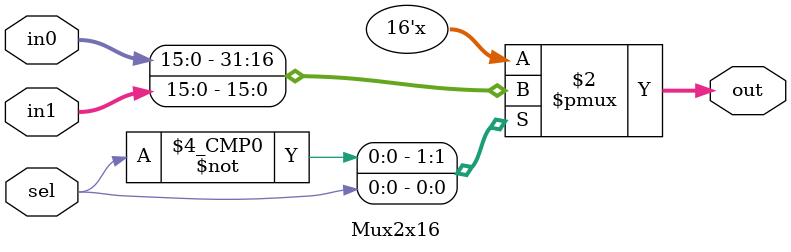
<source format=v>
/* 2 x 16-bit Multiplexor */
module Mux2x16(
	in0,
	in1,
	out,
	sel
);

/* Parameters */
parameter DATA_WIDTH = 16;
parameter SEL_WIDTH = 1;

/* Inputs */
input wire [DATA_WIDTH - 1 : 0] in0, in1;
input wire [SEL_WIDTH - 1 : 0] sel;

/* Outputs */
output reg [DATA_WIDTH - 1 : 0] out;

/* Behavioral Combinational Design */
always @ (in0 or in1 or sel)
begin
	case (sel)
		'b0 : out <= in0;
		'b1 : out <= in1;
	endcase
end

endmodule
</source>
